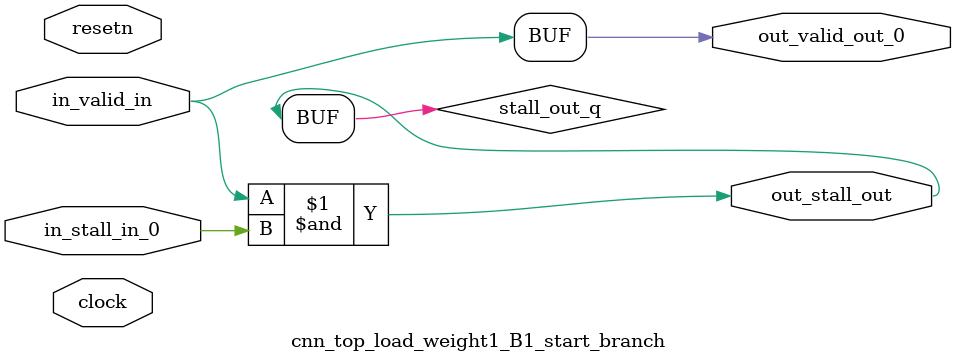
<source format=sv>



(* altera_attribute = "-name AUTO_SHIFT_REGISTER_RECOGNITION OFF; -name MESSAGE_DISABLE 10036; -name MESSAGE_DISABLE 10037; -name MESSAGE_DISABLE 14130; -name MESSAGE_DISABLE 14320; -name MESSAGE_DISABLE 15400; -name MESSAGE_DISABLE 14130; -name MESSAGE_DISABLE 10036; -name MESSAGE_DISABLE 12020; -name MESSAGE_DISABLE 12030; -name MESSAGE_DISABLE 12010; -name MESSAGE_DISABLE 12110; -name MESSAGE_DISABLE 14320; -name MESSAGE_DISABLE 13410; -name MESSAGE_DISABLE 113007; -name MESSAGE_DISABLE 10958" *)
module cnn_top_load_weight1_B1_start_branch (
    input wire [0:0] in_stall_in_0,
    input wire [0:0] in_valid_in,
    output wire [0:0] out_stall_out,
    output wire [0:0] out_valid_out_0,
    input wire clock,
    input wire resetn
    );

    wire [0:0] stall_out_q;


    // stall_out(LOGICAL,6)
    assign stall_out_q = in_valid_in & in_stall_in_0;

    // out_stall_out(GPOUT,4)
    assign out_stall_out = stall_out_q;

    // out_valid_out_0(GPOUT,5)
    assign out_valid_out_0 = in_valid_in;

endmodule

</source>
